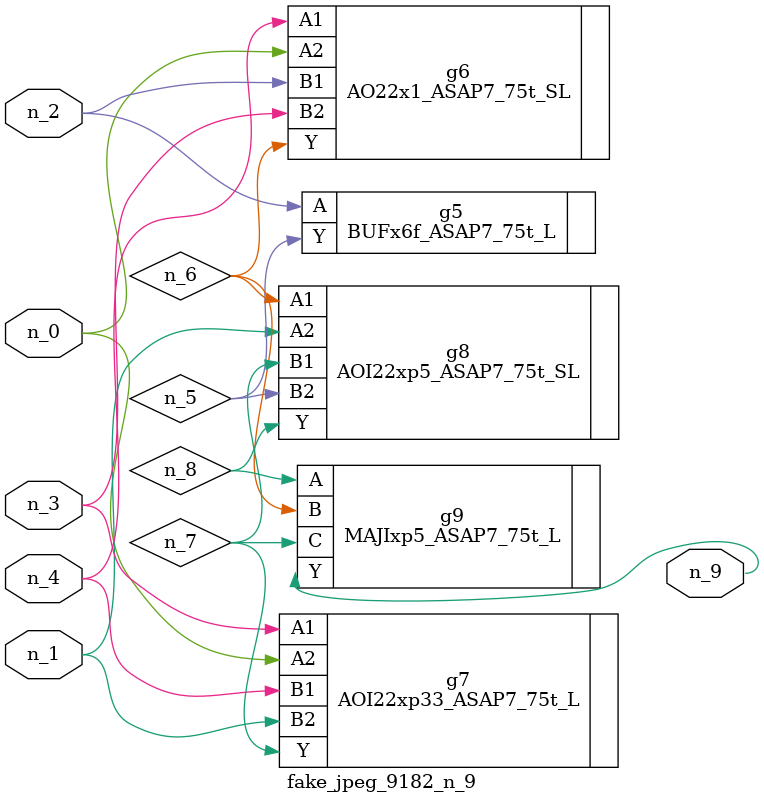
<source format=v>
module fake_jpeg_9182_n_9 (n_3, n_2, n_1, n_0, n_4, n_9);

input n_3;
input n_2;
input n_1;
input n_0;
input n_4;

output n_9;

wire n_8;
wire n_6;
wire n_5;
wire n_7;

BUFx6f_ASAP7_75t_L g5 ( 
.A(n_2),
.Y(n_5)
);

AO22x1_ASAP7_75t_SL g6 ( 
.A1(n_4),
.A2(n_0),
.B1(n_2),
.B2(n_3),
.Y(n_6)
);

AOI22xp33_ASAP7_75t_L g7 ( 
.A1(n_3),
.A2(n_0),
.B1(n_4),
.B2(n_1),
.Y(n_7)
);

AOI22xp5_ASAP7_75t_SL g8 ( 
.A1(n_6),
.A2(n_1),
.B1(n_7),
.B2(n_5),
.Y(n_8)
);

MAJIxp5_ASAP7_75t_L g9 ( 
.A(n_8),
.B(n_6),
.C(n_7),
.Y(n_9)
);


endmodule
</source>
